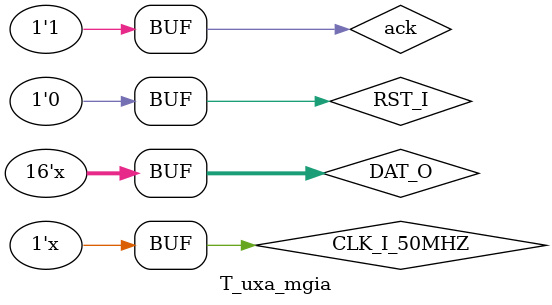
<source format=v>
`timescale 1ns / 1ps


module T_uxa_mgia;

	// Inputs
	reg CLK_I_50MHZ;
	reg RST_I;
	reg [15:0] DAT_O;
	reg ack;

	// Outputs
	wire HSYNC_O;
	wire VSYNC_O;
	wire [2:0] RED_O;
	wire [2:0] GRN_O;
	wire [2:1] BLU_O;

	// Instantiate the Unit Under Test (UUT)
	MGIA uut (
		.CLK_I_50MHZ(CLK_I_50MHZ), 
		.RST_I(RST_I), 
		.HSYNC_O(HSYNC_O), 
		.VSYNC_O(VSYNC_O), 
		.RED_O(RED_O), 
		.GRN_O(GRN_O), 
		.BLU_O(BLU_O),
		.MGIA_DAT_I(DAT_O),
		.MGIA_ACK_I(ack)
	);

	always begin
		#10 CLK_I_50MHZ <= ~CLK_I_50MHZ;
		DAT_O <= DAT_O ^ 16'h0505;
	end

	initial begin
		// Initialize Inputs
		CLK_I_50MHZ <= 0;
		RST_I <= 1;
		DAT_O <= 16'hF0A0;
		ack <= 1'b1;
		#100 RST_I <= 0;
	end
      
endmodule


</source>
